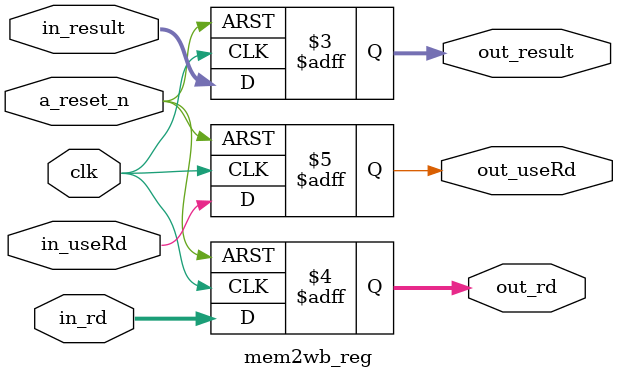
<source format=v>
`timescale 1ns/10ps

module mem2wb_reg #( parameter W = 32, parameter R = 5)
				(	input			clk,
					input			a_reset_n,
					input	[W-1:0]	in_result,
					input	[R-1:0]	in_rd,
					input			in_useRd,
					
					output	[W-1:0]	out_result,
					output	[R-1:0]	out_rd,
					output			out_useRd
				);
	
	reg	[W-1:0]	out_result;
	reg	[R-1:0]	out_rd;
	reg			out_useRd;
	
	always @ (posedge clk or negedge a_reset_n) begin
		if (!a_reset_n) begin
			out_result	<= 1'b0;
			out_rd		<= 1'b0;
			out_useRd	<= 1'b0;
		end
		else begin
			out_result		<= in_result;
			out_rd			<= in_rd;
			out_useRd		<= in_useRd;
		end
	end

endmodule

</source>
